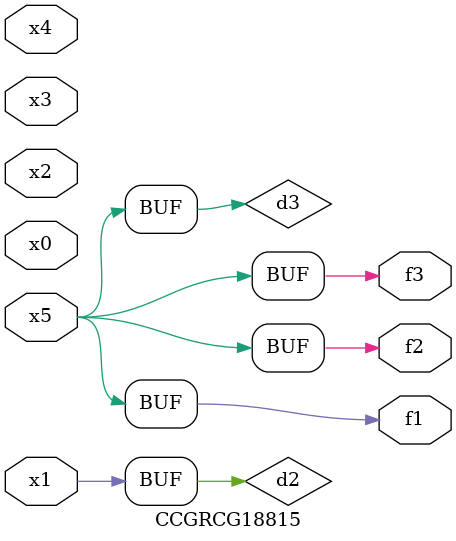
<source format=v>
module CCGRCG18815(
	input x0, x1, x2, x3, x4, x5,
	output f1, f2, f3
);

	wire d1, d2, d3;

	not (d1, x5);
	or (d2, x1);
	xnor (d3, d1);
	assign f1 = d3;
	assign f2 = d3;
	assign f3 = d3;
endmodule

</source>
